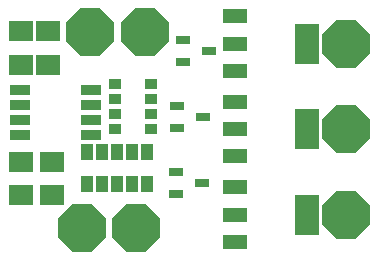
<source format=gbr>
G04 EAGLE Gerber RS-274X export*
G75*
%MOMM*%
%FSLAX34Y34*%
%LPD*%
%INSoldermask Top*%
%IPPOS*%
%AMOC8*
5,1,8,0,0,1.08239X$1,22.5*%
G01*
%ADD10R,1.727200X0.863600*%
%ADD11R,2.003200X1.803200*%
%ADD12P,4.343848X8X22.500000*%
%ADD13R,1.053200X0.913200*%
%ADD14R,2.103200X1.153200*%
%ADD15R,2.103200X3.453200*%
%ADD16R,1.253200X0.803200*%
%ADD17R,1.103200X1.353200*%
%ADD18R,2.006200X1.803200*%


D10*
X171974Y95250D03*
X112506Y95250D03*
X171974Y107950D03*
X171974Y120650D03*
X112506Y107950D03*
X112506Y120650D03*
X171974Y133350D03*
X112506Y133350D03*
D11*
X139700Y72420D03*
X139700Y44420D03*
D12*
X388620Y27940D03*
X388620Y100330D03*
X388620Y172720D03*
D13*
X223530Y100330D03*
X223530Y113030D03*
X223530Y125730D03*
X223530Y138430D03*
X193030Y100330D03*
X193030Y113030D03*
X193030Y125730D03*
X193030Y138430D03*
D14*
X294620Y50940D03*
X294620Y27940D03*
X294620Y4940D03*
D15*
X355620Y27940D03*
D14*
X294620Y123330D03*
X294620Y100330D03*
X294620Y77330D03*
D15*
X355620Y100330D03*
D14*
X294620Y195720D03*
X294620Y172720D03*
X294620Y149720D03*
D15*
X355620Y172720D03*
D12*
X218440Y182880D03*
X171450Y182880D03*
X165100Y16510D03*
X210820Y16510D03*
D16*
X244270Y64110D03*
X244270Y45110D03*
X266270Y54610D03*
X245540Y119990D03*
X245540Y100990D03*
X267540Y110490D03*
X250620Y175870D03*
X250620Y156870D03*
X272620Y166370D03*
D17*
X168910Y53560D03*
X181610Y53560D03*
X194310Y53560D03*
X207010Y53560D03*
X219710Y53560D03*
X219710Y81060D03*
X207010Y81060D03*
X194310Y81060D03*
X181610Y81060D03*
X168910Y81060D03*
D18*
X113030Y72640D03*
X113030Y44200D03*
X135890Y154690D03*
X135890Y183130D03*
X113030Y154690D03*
X113030Y183130D03*
M02*

</source>
